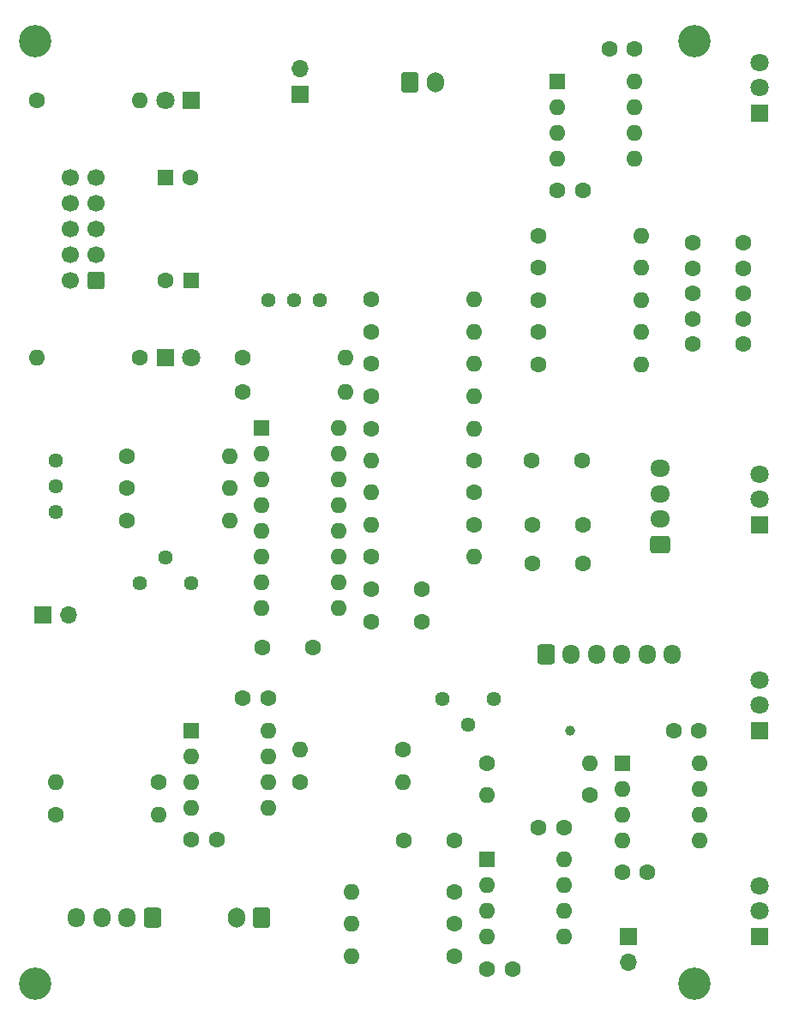
<source format=gts>
G04 #@! TF.GenerationSoftware,KiCad,Pcbnew,(6.0.11)*
G04 #@! TF.CreationDate,2023-07-18T09:17:08+09:00*
G04 #@! TF.ProjectId,3340VCO,33333430-5643-44f2-9e6b-696361645f70,1.0*
G04 #@! TF.SameCoordinates,Original*
G04 #@! TF.FileFunction,Soldermask,Top*
G04 #@! TF.FilePolarity,Negative*
%FSLAX46Y46*%
G04 Gerber Fmt 4.6, Leading zero omitted, Abs format (unit mm)*
G04 Created by KiCad (PCBNEW (6.0.11)) date 2023-07-18 09:17:08*
%MOMM*%
%LPD*%
G01*
G04 APERTURE LIST*
G04 Aperture macros list*
%AMRoundRect*
0 Rectangle with rounded corners*
0 $1 Rounding radius*
0 $2 $3 $4 $5 $6 $7 $8 $9 X,Y pos of 4 corners*
0 Add a 4 corners polygon primitive as box body*
4,1,4,$2,$3,$4,$5,$6,$7,$8,$9,$2,$3,0*
0 Add four circle primitives for the rounded corners*
1,1,$1+$1,$2,$3*
1,1,$1+$1,$4,$5*
1,1,$1+$1,$6,$7*
1,1,$1+$1,$8,$9*
0 Add four rect primitives between the rounded corners*
20,1,$1+$1,$2,$3,$4,$5,0*
20,1,$1+$1,$4,$5,$6,$7,0*
20,1,$1+$1,$6,$7,$8,$9,0*
20,1,$1+$1,$8,$9,$2,$3,0*%
G04 Aperture macros list end*
%ADD10R,1.700000X1.700000*%
%ADD11O,1.700000X1.700000*%
%ADD12C,1.600000*%
%ADD13O,1.600000X1.600000*%
%ADD14C,3.200000*%
%ADD15R,1.600000X1.600000*%
%ADD16R,1.800000X1.800000*%
%ADD17C,1.800000*%
%ADD18C,1.440000*%
%ADD19RoundRect,0.250000X-0.600000X-0.750000X0.600000X-0.750000X0.600000X0.750000X-0.600000X0.750000X0*%
%ADD20O,1.700000X2.000000*%
%ADD21RoundRect,0.250000X-0.600000X-0.725000X0.600000X-0.725000X0.600000X0.725000X-0.600000X0.725000X0*%
%ADD22O,1.700000X1.950000*%
%ADD23RoundRect,0.250000X0.725000X-0.600000X0.725000X0.600000X-0.725000X0.600000X-0.725000X-0.600000X0*%
%ADD24O,1.950000X1.700000*%
%ADD25RoundRect,0.250000X0.600000X0.750000X-0.600000X0.750000X-0.600000X-0.750000X0.600000X-0.750000X0*%
%ADD26RoundRect,0.250000X0.600000X0.725000X-0.600000X0.725000X-0.600000X-0.725000X0.600000X-0.725000X0*%
%ADD27RoundRect,0.250000X0.600000X0.600000X-0.600000X0.600000X-0.600000X-0.600000X0.600000X-0.600000X0*%
%ADD28C,1.700000*%
%ADD29C,1.000000*%
G04 APERTURE END LIST*
D10*
X163195000Y-141605000D03*
D11*
X163195000Y-144145000D03*
D12*
X146050000Y-143510000D03*
D13*
X135890000Y-143510000D03*
D14*
X169705000Y-146225000D03*
D13*
X163840000Y-57160000D03*
X163840000Y-59700000D03*
X163840000Y-62240000D03*
X163840000Y-64780000D03*
X156220000Y-64780000D03*
X156220000Y-62240000D03*
X156220000Y-59700000D03*
D15*
X156220000Y-57160000D03*
D10*
X130810000Y-58420000D03*
D11*
X130810000Y-55880000D03*
D12*
X141010000Y-132080000D03*
X146010000Y-132080000D03*
X154305000Y-81915000D03*
D13*
X164465000Y-81915000D03*
D16*
X176130000Y-121245000D03*
D17*
X176130000Y-118745000D03*
X176130000Y-116245000D03*
D16*
X120015000Y-59055000D03*
D17*
X117475000Y-59055000D03*
D12*
X127040000Y-113030000D03*
X132040000Y-113030000D03*
D13*
X147965000Y-85080000D03*
D12*
X137805000Y-85080000D03*
D13*
X135255000Y-84455000D03*
D12*
X125095000Y-84455000D03*
D13*
X147955000Y-104130000D03*
D12*
X137795000Y-104130000D03*
X154305000Y-78740000D03*
D13*
X164465000Y-78740000D03*
D15*
X149235000Y-134005000D03*
D13*
X149235000Y-136545000D03*
X149235000Y-139085000D03*
X149235000Y-141625000D03*
X156855000Y-141625000D03*
X156855000Y-139085000D03*
X156855000Y-136545000D03*
X156855000Y-134005000D03*
D15*
X117475000Y-66675000D03*
D12*
X119975000Y-66675000D03*
D18*
X127645000Y-78740000D03*
X130185000Y-78740000D03*
X132725000Y-78740000D03*
D14*
X169705000Y-53165000D03*
D19*
X141625000Y-57260000D03*
D20*
X144125000Y-57260000D03*
D12*
X159405000Y-127645000D03*
D13*
X149245000Y-127645000D03*
D14*
X104600000Y-146225000D03*
D17*
X176130000Y-95925000D03*
X176130000Y-98425000D03*
D16*
X176130000Y-100925000D03*
D12*
X154305000Y-72390000D03*
D13*
X164465000Y-72390000D03*
D12*
X165100000Y-135255000D03*
X162600000Y-135255000D03*
X146050000Y-137160000D03*
D13*
X135890000Y-137160000D03*
D21*
X155040000Y-113775000D03*
D22*
X157540000Y-113775000D03*
X160040000Y-113775000D03*
X162540000Y-113775000D03*
X165040000Y-113775000D03*
X167540000Y-113775000D03*
D12*
X153670000Y-94615000D03*
X158670000Y-94615000D03*
X104775000Y-59055000D03*
D13*
X114935000Y-59055000D03*
X147965000Y-81905000D03*
D12*
X137805000Y-81905000D03*
D13*
X147955000Y-91440000D03*
D12*
X137795000Y-91440000D03*
X142835000Y-110490000D03*
X137835000Y-110490000D03*
D13*
X147965000Y-88255000D03*
D12*
X137805000Y-88255000D03*
D13*
X123825000Y-94180000D03*
D12*
X113665000Y-94180000D03*
X158710000Y-67935000D03*
X156210000Y-67935000D03*
D10*
X105410000Y-109855000D03*
D11*
X107950000Y-109855000D03*
D13*
X130820000Y-123180000D03*
D12*
X140980000Y-123180000D03*
D16*
X176130000Y-60285000D03*
D17*
X176130000Y-57785000D03*
X176130000Y-55285000D03*
D12*
X149245000Y-124470000D03*
D13*
X159405000Y-124470000D03*
D16*
X117475000Y-84455000D03*
D17*
X120015000Y-84455000D03*
D12*
X127625000Y-118100000D03*
X125125000Y-118100000D03*
X142835000Y-107315000D03*
X137835000Y-107315000D03*
D18*
X106680000Y-94615000D03*
X106680000Y-97155000D03*
X106680000Y-99695000D03*
D16*
X176130000Y-141565000D03*
D17*
X176130000Y-139065000D03*
X176130000Y-136565000D03*
D23*
X166370000Y-102870000D03*
D24*
X166370000Y-100370000D03*
X166370000Y-97870000D03*
X166370000Y-95370000D03*
D13*
X135255000Y-87830000D03*
D12*
X125095000Y-87830000D03*
X154305000Y-75565000D03*
D13*
X164465000Y-75565000D03*
D25*
X126980000Y-139700000D03*
D20*
X124480000Y-139700000D03*
D12*
X163830000Y-53965000D03*
X161330000Y-53965000D03*
X114935000Y-84455000D03*
D13*
X104775000Y-84455000D03*
D18*
X149900000Y-118110000D03*
X147360000Y-120650000D03*
X144820000Y-118110000D03*
D12*
X122555000Y-132070000D03*
X120055000Y-132070000D03*
D13*
X134620000Y-91430000D03*
X134620000Y-93970000D03*
X134620000Y-96510000D03*
X134620000Y-99050000D03*
X134620000Y-101590000D03*
X134620000Y-104130000D03*
X134620000Y-106670000D03*
X134620000Y-109210000D03*
X127000000Y-109210000D03*
X127000000Y-106670000D03*
X127000000Y-104130000D03*
X127000000Y-101590000D03*
X127000000Y-99050000D03*
X127000000Y-96510000D03*
X127000000Y-93970000D03*
D15*
X127000000Y-91430000D03*
D12*
X169582500Y-83105000D03*
X169582500Y-80605000D03*
X169582500Y-78105000D03*
X169582500Y-75605000D03*
X169582500Y-73105000D03*
X174582500Y-83105000D03*
X174582500Y-80605000D03*
X174582500Y-78105000D03*
X174582500Y-75605000D03*
X174582500Y-73105000D03*
D18*
X120015000Y-106680000D03*
X117475000Y-104140000D03*
X114935000Y-106680000D03*
D13*
X137795000Y-100955000D03*
D12*
X147955000Y-100955000D03*
X146050000Y-140335000D03*
D13*
X135890000Y-140335000D03*
X140980000Y-126355000D03*
D12*
X130820000Y-126355000D03*
D14*
X104600000Y-53165000D03*
D13*
X127645000Y-121295000D03*
X127645000Y-123835000D03*
X127645000Y-126375000D03*
X127645000Y-128915000D03*
X120025000Y-128915000D03*
X120025000Y-126375000D03*
X120025000Y-123835000D03*
D15*
X120025000Y-121295000D03*
D13*
X137795000Y-97780000D03*
D12*
X147955000Y-97780000D03*
X153710000Y-104775000D03*
X158710000Y-104775000D03*
D13*
X137795000Y-94615000D03*
D12*
X147955000Y-94615000D03*
D13*
X106690000Y-126365000D03*
D12*
X116850000Y-126365000D03*
D26*
X116205000Y-139700000D03*
D22*
X113705000Y-139700000D03*
X111205000Y-139700000D03*
X108705000Y-139700000D03*
D27*
X110607500Y-76835000D03*
D28*
X108067500Y-76835000D03*
X110607500Y-74295000D03*
X108067500Y-74295000D03*
X110607500Y-71755000D03*
X108067500Y-71755000D03*
X110607500Y-69215000D03*
X108067500Y-69215000D03*
X110607500Y-66675000D03*
X108067500Y-66675000D03*
D13*
X123825000Y-100530000D03*
D12*
X113665000Y-100530000D03*
D15*
X120015000Y-76835000D03*
D12*
X117515000Y-76835000D03*
D13*
X147965000Y-78730000D03*
D12*
X137805000Y-78730000D03*
D29*
X157480000Y-121285000D03*
D12*
X154305000Y-85090000D03*
D13*
X164465000Y-85090000D03*
D12*
X158710000Y-100965000D03*
X153710000Y-100965000D03*
X151765000Y-144780000D03*
X149265000Y-144780000D03*
X170180000Y-121285000D03*
X167680000Y-121285000D03*
X156825000Y-130810000D03*
X154325000Y-130810000D03*
D13*
X116850000Y-129540000D03*
D12*
X106690000Y-129540000D03*
D15*
X162590000Y-124480000D03*
D13*
X162590000Y-127020000D03*
X162590000Y-129560000D03*
X162590000Y-132100000D03*
X170210000Y-132100000D03*
X170210000Y-129560000D03*
X170210000Y-127020000D03*
X170210000Y-124480000D03*
D12*
X113665000Y-97345000D03*
D13*
X123825000Y-97345000D03*
M02*

</source>
